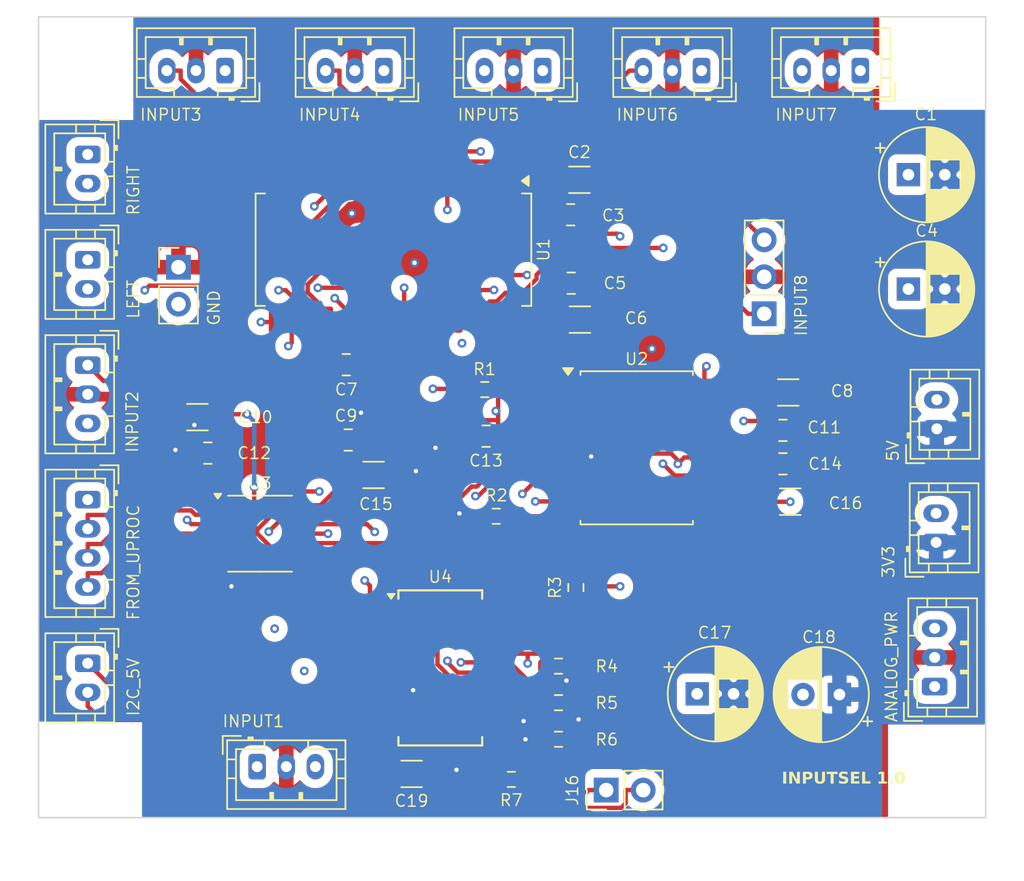
<source format=kicad_pcb>
(kicad_pcb (version 20240108) (generator "pcbnew") (generator_version "8.0")
  (layers (0 "F.Cu" signal) (1 "In1.Cu" signal) (2 "In2.Cu" signal) (31 "B.Cu" signal) (34 "B.Paste" user) (35 "F.Paste" user) (36 "B.SilkS" user "B.Silkscreen") (37 "F.SilkS" user "F.Silkscreen") (38 "B.Mask" user) (39 "F.Mask" user) (44 "Edge.Cuts" user))
  (net 0 "")
  (net 1 "GND")
  (net 2 "AGND")
  (net 3 "RCA1_L")
  (net 4 "RCA1_R")
  (net 5 "RCA2_L")
  (net 6 "RCA2_R")
  (net 7 "RCA3_L")
  (net 8 "RCA4_L")
  (net 9 "RCA4_R")
  (net 10 "3V3")
  (net 11 "RCA3_R")
  (net 12 "V-")
  (net 13 "V+")
  (net 14 "GND_OUT")
  (net 15 "CNT1")
  (net 16 "CNT2")
  (net 17 "SPI_CLK")
  (net 18 "CNT3")
  (net 19 "RCA5_L")
  (net 20 "RCA6_L")
  (net 21 "RCA6_R")
  (net 22 "RCA5_R")
  (net 23 "SPI_MISO")
  (net 24 "ZERO_EN")
  (net 25 "VOL_ENABLE")
  (net 26 "MUTE")
  (net 27 "OUT_L_PRE")
  (net 28 "OUT_R")
  (net 29 "OUT_R_PRE")
  (net 30 "OUT_L")
  (net 31 "5V")
  (net 32 "SDA_5V")
  (net 33 "SCL_5V")
  (net 34 "CS3310_CS")
  (net 35 "SPI_MOSI")
  (net 36 "SPI_IN_5V")
  (net 37 "SPI_CLK_5V")
  (net 38 "SPI_OUT_5V")
  (net 39 "RCA7_L")
  (net 40 "RCA7_R")
  (net 41 "RCA8_R")
  (net 42 "RCA8_L")
  (net 43 "Net-(J16-Pin_1)")
  (net 44 "Net-(U4-~{RESET})")
  (footprint "Connector_PinHeader_2.54mm:PinHeader_1x02_P2.54mm_Vertical" (layer "F.Cu") (at 96.0364 78.365)
    (property "Reference" "J7" (hide yes))
    (property "Value" "Conn_01x02_Male")
  )
  (footprint "Capacitor_SMD:C_1206_3216Metric_Pad1.33x1.80mm_HandSolder" (layer "F.Cu") (at 123.5914 81.965 180)
    (property "Reference" "C6")
    (property "Value" "10U")
  )
  (footprint "MountingHole:MountingHole_3.2mm_M3" (layer "F.Cu") (at 148.9364 113.665)
    (property "Reference" "H4" (hide yes))
    (property "Value" "MountingHole")
  )
  (footprint "Capacitor_SMD:C_1206_3216Metric_Pad1.33x1.80mm_HandSolder" (layer "F.Cu") (at 138.0239 94.47)
    (property "Reference" "C16")
    (property "Value" "10U")
  )
  (footprint "Connector_JST:JST_PH_B3B-PH-K_1x03_P2.00mm_Vertical" (layer "F.Cu") (at 142.8364 64.865 180)
    (property "Reference" "J5" (hide yes))
    (property "Value" "Conn_01x03_Pin")
  )
  (footprint "Capacitor_SMD:C_1206_3216Metric_Pad1.33x1.80mm_HandSolder" (layer "F.Cu") (at 109.4272 92.6332)
    (property "Reference" "C15")
    (property "Value" "10U")
  )
  (footprint "Capacitor_SMD:C_1206_3216Metric_Pad1.33x1.80mm_HandSolder" (layer "F.Cu") (at 97.3364 88.665 180)
    (property "Reference" "C10")
    (property "Value" "10U")
  )
  (footprint "Resistor_SMD:R_0603_1608Metric_Pad0.98x0.95mm_HandSolder" (layer "F.Cu") (at 117.8489 95.47)
    (property "Reference" "R2")
    (property "Value" "4.7K")
  )
  (footprint "Connector_JST:JST_PH_B3B-PH-K_1x03_P2.00mm_Vertical" (layer "F.Cu") (at 99.2364 64.865 180)
    (property "Reference" "J1" (hide yes))
    (property "Value" "Conn_01x03_Pin")
  )
  (footprint "Package_SO:SOIC-16W_7.5x10.3mm_P1.27mm" (layer "F.Cu") (at 127.4864 90.77)
    (property "Reference" "U2")
    (property "Value" "CS3310")
  )
  (footprint "Resistor_SMD:R_0603_1608Metric_Pad0.98x0.95mm_HandSolder" (layer "F.Cu") (at 123.3114 100.365 90)
    (property "Reference" "R3")
    (property "Value" "4.7K")
  )
  (footprint "Connector_JST:JST_PH_B3B-PH-K_1x03_P2.00mm_Vertical" (layer "F.Cu") (at 131.9364 64.865 180)
    (property "Reference" "J4" (hide yes))
    (property "Value" "Conn_01x03_Pin")
  )
  (footprint "Capacitor_SMD:C_0805_2012Metric_Pad1.18x1.45mm_HandSolder" (layer "F.Cu") (at 107.5539 85.065)
    (property "Reference" "C7")
    (property "Value" "0.1U")
  )
  (footprint "Capacitor_THT:CP_Radial_D6.3mm_P2.50mm" (layer "F.Cu") (at 146.1364 72.015)
    (property "Reference" "C1")
    (property "Value" "470u")
  )
  (footprint "Capacitor_SMD:C_0805_2012Metric_Pad1.18x1.45mm_HandSolder" (layer "F.Cu") (at 137.5239 91.87)
    (property "Reference" "C14")
    (property "Value" "0.1U")
  )
  (footprint "Connector_JST:JST_PH_B4B-PH-K_1x04_P2.00mm_Vertical" (layer "F.Cu") (at 89.8087 94.3297 -90)
    (property "Reference" "J12" (hide yes))
    (property "Value" "Conn_01x04_Pin")
  )
  (footprint "Package_SO:SSOP-28_5.3x10.2mm_P0.65mm" (layer "F.Cu") (at 114.0067 105.8831)
    (property "Reference" "U4")
    (property "Value" "MCP23017_SS")
  )
  (footprint "MountingHole:MountingHole_3.2mm_M3" (layer "F.Cu") (at 88.9364 63.665)
    (property "Reference" "H1" (hide yes))
    (property "Value" "MountingHole")
  )
  (footprint "Connector_JST:JST_PH_B2B-PH-K_1x02_P2.00mm_Vertical" (layer "F.Cu") (at 148.0364 97.265 90)
    (property "Reference" "J11" (hide yes))
    (property "Value" "Conn_01x02_Male")
  )
  (footprint "Resistor_SMD:R_0603_1608Metric_Pad0.98x0.95mm_HandSolder" (layer "F.Cu") (at 122.1192 110.7831)
    (property "Reference" "R6")
    (property "Value" "4.7K")
  )
  (footprint "Capacitor_SMD:C_0805_2012Metric_Pad1.18x1.45mm_HandSolder" (layer "F.Cu") (at 122.9914 79.465)
    (property "Reference" "C5")
    (property "Value" "0.1U")
  )
  (footprint "Connector_JST:JST_PH_B3B-PH-K_1x03_P2.00mm_Vertical" (layer "F.Cu") (at 89.8087 85.0944 -90)
    (property "Reference" "J9" (hide yes))
    (property "Value" "Conn_01x03_Pin")
  )
  (footprint "Connector_JST:JST_PH_B3B-PH-K_1x03_P2.00mm_Vertical" (layer "F.Cu") (at 101.4364 112.665)
    (property "Reference" "J15" (hide yes))
    (property "Value" "Conn_01x03_Pin")
  )
  (footprint "Resistor_SMD:R_0603_1608Metric_Pad0.98x0.95mm_HandSolder" (layer "F.Cu") (at 117.0614 86.77 180)
    (property "Reference" "R1")
    (property "Value" "4.7K")
  )
  (footprint "Resistor_SMD:R_0603_1608Metric_Pad0.98x0.95mm_HandSolder" (layer "F.Cu") (at 122.1192 105.7631)
    (property "Reference" "R4")
    (property "Value" "4.7K")
  )
  (footprint "Resistor_SMD:R_0603_1608Metric_Pad0.98x0.95mm_HandSolder" (layer "F.Cu") (at 122.1192 108.2731)
    (property "Reference" "R5")
    (property "Value" "4.7K")
  )
  (footprint "Capacitor_SMD:C_1206_3216Metric_Pad1.33x1.80mm_HandSolder" (layer "F.Cu") (at 123.5539 72.365)
    (property "Reference" "C2")
    (property "Value" "10U")
  )
  (footprint "Capacitor_SMD:C_0805_2012Metric_Pad1.18x1.45mm_HandSolder" (layer "F.Cu") (at 122.9539 74.765)
    (property "Reference" "C3")
    (property "Value" "0.1U")
  )
  (footprint "Package_SO:TSSOP-14_4.4x5mm_P0.65mm" (layer "F.Cu") (at 101.6364 96.665)
    (property "Reference" "U3")
    (property "Value" "TXS0104E")
  )
  (footprint "Connector_PinHeader_2.54mm:PinHeader_1x03_P2.54mm_Vertical" (layer "F.Cu") (at 136.2364 81.565 180)
    (property "Reference" "J17" (hide yes))
    (property "Value" "Conn_01x03_Pin")
  )
  (footprint "Capacitor_SMD:C_0805_2012Metric_Pad1.18x1.45mm_HandSolder" (layer "F.Cu") (at 117.1489 89.97 180)
    (property "Reference" "C13")
    (property "Value" "0.1U")
  )
  (footprint "Capacitor_SMD:C_1206_3216Metric_Pad1.33x1.80mm_HandSolder" (layer "F.Cu") (at 112.0364 113.165 180)
    (property "Reference" "C19")
    (property "Value" "10U")
  )
  (footprint "Connector_PinHeader_2.54mm:PinHeader_1x02_P2.54mm_Vertical" (layer "F.Cu") (at 125.3943 114.2771 90)
    (property "Reference" "J16")
    (property "Value" "Conn_01x02_Pin")
  )
  (footprint "Capacitor_SMD:C_0805_2012Metric_Pad1.18x1.45mm_HandSolder" (layer "F.Cu") (at 137.5239 89.57)
    (property "Reference" "C11")
    (property "Value" "0.1U")
  )
  (footprint "Connector_JST:JST_PH_B2B-PH-K_1x02_P2.00mm_Vertical" (layer "F.Cu") (at 89.8087 105.565 -90)
    (property "Reference" "J14" (hide yes))
    (property "Value" "Conn_01x02_Male")
  )
  (footprint "Capacitor_SMD:C_0805_2012Metric_Pad1.18x1.45mm_HandSolder" (layer "F.Cu") (at 98.0522 91.1332 180)
    (property "Reference" "C12")
    (property "Value" "0.1U")
  )
  (footprint "Resistor_SMD:R_0603_1608Metric_Pad0.98x0.95mm_HandSolder" (layer "F.Cu") (at 118.8794 113.5416 180)
    (property "Reference" "R7")
    (property "Value" "4.7K")
  )
  (footprint "Capacitor_SMD:C_1206_3216Metric_Pad1.33x1.80mm_HandSolder" (layer "F.Cu") (at 137.8864 86.97 180)
    (property "Reference" "C8")
    (property "Value" "10U")
  )
  (footprint "Connector_JST:JST_PH_B2B-PH-K_1x02_P2.00mm_Vertical" (layer "F.Cu") (at 89.8087 70.6238 -90)
    (property "Reference" "J6" (hide yes))
    (property "Value" "Conn_01x02_Pin")
  )
  (footprint "Connector_JST:JST_PH_B2B-PH-K_1x02_P2.00mm_Vertical" (layer "F.Cu") (at 148.0864 89.465 90)
    (property "Reference" "J10" (hide yes))
    (property "Value" "Conn_01x02_Male")
  )
  (footprint "MountingHole:MountingHole_3.2mm_M3" (layer "F.Cu") (at 88.9364 113.665)
    (property "Reference" "H3" (hide yes))
    (property "Value" "MountingHole")
  )
  (footprint "MountingHole:MountingHole_3.2mm_M3" (layer "F.Cu") (at 148.9364 63.665)
    (property "Reference" "H2" (hide yes))
    (property "Value" "MountingHole")
  )
  (footprint "Connector_JST:JST_PH_B2B-PH-K_1x02_P2.00mm_Vertical" (layer "F.Cu") (at 89.8087 77.8591 -90)
    (property "Reference" "J8" (hide yes))
    (property "Value" "Conn_01x02_Pin")
  )
  (footprint "Connector_JST:JST_PH_B3B-PH-K_1x03_P2.00mm_Vertical" (layer "F.Cu") (at 121.0364 64.865 180)
    (property "Reference" "J3" (hide yes))
    (property "Value" "Conn_01x03_Pin")
  )
  (footprint "Capacitor_THT:CP_Radial_D6.3mm_P2.50mm" (layer "F.Cu") (at 141.4012 107.715 180)
    (property "Reference" "C18")
    (property "Value" "470u")
  )
  (footprint "Capacitor_SMD:C_0805_2012Metric_Pad1.18x1.45mm_HandSolder" (layer "F.Cu") (at 107.6897 90.2332)
    (property "Reference" "C9")
    (property "Value" "0.1U")
  )
  (footprint "Capacitor_THT:CP_Radial_D6.3mm_P2.50mm" (layer "F.Cu") (at 131.6364 107.665)
    (property "Reference" "C17")
    (property "Value" "470u")
  )
  (footprint "Package_SO:SOIC-28W_7.5x18.7mm_P1.27mm" (layer "F.Cu") (at 110.7914 77.165 -90)
    (property "Reference" "U1")
    (property "Value" "MPC507")
  )
  (footprint "Connector_JST:JST_PH_B3B-PH-K_1x03_P2.00mm_Vertical" (layer "F.Cu") (at 147.9364 107.165 90)
    (property "Reference" "J13" (hide yes))
    (property "Value" "Conn_01x03_Male")
  )
  (footprint "Capacitor_THT:CP_Radial_D6.3mm_P2.50mm" (layer "F.Cu") (at 146.1364 79.865)
    (property "Reference" "C4")
    (property "Value" "470u")
  )
  (footprint "Connector_JST:JST_PH_B3B-PH-K_1x03_P2.00mm_Vertical" (layer "F.Cu") (at 110.1364 64.865 180)
    (property "Reference" "J2" (hide yes))
    (property "Value" "Conn_01x03_Pin")
  )
  (gr_line (start 86.4364 61.165) (end 151.4364 61.165) (stroke (width 0.1)) (layer "Edge.Cuts"))
  (gr_line (start 86.4364 61.165) (end 86.4364 116.165) (stroke (width 0.1)) (layer "Edge.Cuts"))
  (gr_line (start 151.4364 116.165) (end 86.4364 116.165) (stroke (width 0.1)) (layer "Edge.Cuts"))
  (gr_line (start 151.4364 61.165) (end 151.4364 116.165) (stroke (width 0.1)) (layer "Edge.Cuts"))
  (gr_text "3V3\n" (at 145.2364 99.765 90) (layer "F.SilkS") (effects (font (size 0.8 0.8) (thickness 0.1)) (justify left bottom)))
  (gr_text "INPUT6\n" (at 126.0364 68.365 0) (layer "F.SilkS") (effects (font (size 0.8 0.8) (thickness 0.1)) (justify left bottom)))
  (gr_text "RIGHT" (at 93.4087 74.865 90) (layer "F.SilkS") (effects (font (size 0.8 0.8) (thickness 0.1)) (justify left bottom)))
  (gr_text "INPUT7\n" (at 136.9364 68.365 0) (layer "F.SilkS") (effects (font (size 0.8 0.8) (thickness 0.1)) (justify left bottom)))
  (gr_text "INPUT5\n" (at 115.1364 68.365 0) (layer "F.SilkS") (effects (font (size 0.8 0.8) (thickness 0.1)) (justify left bottom)))
  (gr_text "ANALOG_PWR" (at 145.4364 109.665 90) (layer "F.SilkS") (effects (font (size 0.8 0.8) (thickness 0.1)) (justify left bottom)))
  (gr_text "INPUT4" (at 104.2364 68.365 0) (layer "F.SilkS") (effects (font (size 0.8 0.8) (thickness 0.1)) (justify left bottom)))
  (gr_text "INPUT3" (at 93.3364 68.365 0) (layer "F.SilkS") (effects (font (size 0.8 0.8) (thickness 0.1)) (justify left bottom)))
  (gr_text "GND" (at 98.9364 82.44 90) (layer "F.SilkS") (effects (font (size 0.8 0.8) (thickness 0.1)) (justify left bottom)))
  (gr_text "5V" (at 145.5364 91.765 90) (layer "F.SilkS") (effects (font (size 0.8 0.8) (thickness 0.1)) (justify left bottom)))
  (gr_text "INPUTSEL 1.0" (at 137.4364 113.965 0) (layer "F.SilkS") (effects (font (size 0.8 0.8) (thickness 0.1) (bold yes)) (justify left bottom)))
  (gr_text "INPUT8\n" (at 139.2364 83.165 90) (layer "F.SilkS") (effects (font (size 0.8 0.8) (thickness 0.1)) (justify left bottom)))
  (gr_text "INPUT2" (at 93.3364 91.165 90) (layer "F.SilkS") (effects (font (size 0.8 0.8) (thickness 0.1)) (justify left bottom)))
  (gr_text "LEFT" (at 93.4087 81.965 90) (layer "F.SilkS") (effects (font (size 0.8 0.8) (thickness 0.1)) (justify left bottom)))
  (gr_text "FROM_UPROC" (at 93.4087 102.665 90) (layer "F.SilkS") (effects (font (size 0.8 0.8) (thickness 0.1)) (justify left bottom)))
  (gr_text "INPUT1" (at 98.996697 110.017663 0) (layer "F.SilkS") (effects (font (size 0.8 0.8) (thickness 0.1)) (justify left bottom)))
  (gr_text "I2C_5V" (at 93.4087 109.265 90) (layer "F.SilkS") (effects (font (size 0.8 0.8) (thickness 0.1)) (justify left bottom)))
  (segment (start 108.7272 90.2332) (end 108.7272 88.521) (width 0.3) (layer "F.Cu") (net 1))
  (segment (start 117.6067 108.8081) (end 118.8334 108.8081) (width 0.3) (layer "F.Cu") (net 1))
  (segment (start 95.8269 90.9146) (end 96.7961 90.9146) (width 0.3) (layer "F.Cu") (net 1))
  (segment (start 119.8509 113.4826) (end 119.7919 113.5416) (width 0.3) (layer "F.Cu") (net 1))
  (segment (start 97.1275 89.201) (end 96.3099 89.201) (width 0.3) (layer "F.Cu") (net 1))
  (segment (start 124.3233 91.405) (end 124.3633 91.365) (width 0.3) (layer "F.Cu") (net 1))
  (segment (start 123.5008 109.4229) (end 122.5881 109.4229) (width 0.3) (layer "F.Cu") (net 1))
  (segment (start 119.6484 109.4581) (end 118.8334 109.4581) (width 0.3) (layer "F.Cu") (net 1))
  (segment (start 113.6757 90.7686) (end 115.3128 90.7686) (width 0.3) (layer "F.Cu") (net 1))
  (segment (start 115.3128 90.7686) (end 116.1114 89.97) (width 0.3) (layer "F.Cu") (net 1))
  (segment (start 116.7425 95.2761) (end 115.32 95.2761) (width 0.3) (layer "F.Cu") (net 1))
  (segment (start 112.0537 107.5081) (end 110.4067 107.5081) (width 0.3) (layer "F.Cu") (net 1))
  (segment (start 108.7272 88.521) (end 108.5658 88.3596) (width 0.3) (layer "F.Cu") (net 1))
  (segment (start 118.8334 109.4581) (end 118.8334 108.8081) (width 0.3) (layer "F.Cu") (net 1))
  (segment (start 96.3099 89.201) (end 95.7739 88.665) (width 0.3) (layer "F.Cu") (net 1))
  (segment (start 112.3315 92.3712) (end 111.2517 92.3712) (width 0.3) (layer "F.Cu") (net 1))
  (segment (start 98.7739 99.3866) (end 98.7739 98.615) (width 0.3) (layer "F.Cu") (net 1))
  (segment (start 119.7236 109.5333) (end 119.6484 109.4581) (width 0.3) (layer "F.Cu") (net 1))
  (segment (start 122.8364 91.405) (end 124.3233 91.405) (width 0.3) (layer "F.Cu") (net 1))
  (segment (start 115.1179 112.8854) (end 113.8785 112.8854) (width 0.3) (layer "F.Cu") (net 1))
  (segment (start 117.6067 109.4581) (end 118.8334 109.4581) (width 0.3) (layer "F.Cu") (net 1))
  (segment (start 99.6731 100.2858) (end 98.7739 99.3866) (width 0.3) (layer "F.Cu") (net 1))
  (segment (start 121.6759 105.7631) (end 121.2067 105.7631) (width 0.3) (layer "F.Cu") (net 1))
  (segment (start 119.8509 110.7869) (end 119.8509 113.4826) (width 0.3) (layer "F.Cu") (net 1))
  (segment (start 119.8509 110.7869) (end 121.2029 110.7869) (width 0.3) (layer "F.Cu") (net 1))
  (segment (start 122.6663 106.7535) (end 121.6759 105.7631) (width 0.3) (layer "F.Cu") (net 1))
  (segment (start 112.1457 107.4161) (end 112.0537 107.5081) (width 0.3) (layer "F.Cu") (net 1))
  (segment (start 122.5881 109.4229) (end 121.4383 108.2731) (width 0.3) (layer "F.Cu") (net 1))
  (via (at 108.5658 88.3596) (size 0.6) (drill 0.3) (layers "F.Cu" "B.Cu") (net 1))
  (via (at 113.6757 90.7686) (size 0.6) (drill 0.3) (layers "F.Cu" "B.Cu") (net 1))
  (via (at 112.1457 107.4161) (size 0.6) (drill 0.3) (layers "F.Cu" "B.Cu") (net 1))
  (via (at 99.6731 100.2858) (size 0.6) (drill 0.3) (layers "F.Cu" "B.Cu") (net 1))
  (via (at 122.6663 106.7535) (size 0.6) (drill 0.3) (layers "F.Cu" "B.Cu") (net 1))
  (via (at 119.7236 109.5333) (size 0.6) (drill 0.3) (layers "F.Cu" "B.Cu") (net 1))
  (via (at 115.1179 112.8854) (size 0.6) (drill 0.3) (layers "F.Cu" "B.Cu") (net 1))
  (via (at 95.8269 90.9146) (size 0.6) (drill 0.3) (layers "F.Cu" "B.Cu") (net 1))
  (via (at 119.8509 110.7869) (size 0.6) (drill 0.3) (layers "F.Cu" "B.Cu") (net 1))
  (via (at 115.32 95.2761) (size 0.6) (drill 0.3) (layers "F.Cu" "B.Cu") (net 1))
  (via (at 123.5008 109.4229) (size 0.6) (drill 0.3) (layers "F.Cu" "B.Cu") (net 1))
  (via (at 112.3315 92.3712) (size 0.6) (drill 0.3) (layers "F.Cu" "B.Cu") (net 1))
  (via (at 97.1275 89.201) (size 0.6) (drill 0.3) (layers "F.Cu" "B.Cu") (net 1))
  (via (at 124.3633 91.365) (size 0.6) (drill 0.3) (layers "F.Cu" "B.Cu") (net 1))
  (segment (start 131.111401 87.595) (end 128.5364 85.019999) (width 0.3) (layer "F.Cu") (net 2))
  (segment (start 128.5364 85.019999) (end 128.5364 83.965) (width 0.3) (layer "F.Cu") (net 2))
  (segment (start 132.1364 87.595) (end 131.111401 87.595) (width 0.3) (layer "F.Cu") (net 2))
  (via (at 128.5364 83.965) (size 0.6) (drill 0.3) (layers "F.Cu" "B.Cu") (net 2))
  (via (at 107.9364 74.665) (size 0.6) (drill 0.3) (layers "F.Cu" "B.Cu") (net 2))
  (via (at 112.2364 78.065) (size 0.6) (drill 0.3) (layers "F.Cu" "B.Cu") (net 2))
  (segment (start 106.7604 80.4973) (end 107.6164 81.3533) (width 0.3) (layer "F.Cu") (net 3))
  (via (at 106.7604 80.4973) (size 0.6) (drill 0.3) (layers "F.Cu" "B.Cu") (net 3))
  (segment (start 106.3464 73.1987) (end 105.3587 74.1864) (width 0.3) (layer "F.Cu") (net 4))
  (segment (start 106.3464 72.365) (end 106.3464 73.1987) (width 0.3) (layer "F.Cu") (net 4))
  (via (at 105.3587 74.1864) (size 0.6) (drill 0.3) (layers "F.Cu" "B.Cu") (net 4))
  (segment (start 107.16 86.1682) (end 107.5539 85.7743) (width 0.3) (layer "F.Cu") (net 5))
  (segment (start 90.8825 86.1682) (end 107.16 86.1682) (width 0.3) (layer "F.Cu") (net 5))
  (segment (start 89.8087 85.0944) (end 90.8825 86.1682) (width 0.3) (layer "F.Cu") (net 5))
  (segment (start 107.5539 84.2537) (end 108.8864 82.9212) (width 0.3) (layer "F.Cu") (net 5))
  (segment (start 108.8864 82.9212) (end 108.8864 81.965) (width 0.3) (layer "F.Cu") (net 5))
  (segment (start 107.5539 85.7743) (end 107.5539 84.2537) (width 0.3) (layer "F.Cu") (net 5))
  (segment (start 107.6164 72.8953) (end 100.8768 79.6349) (width 0.3) (layer "F.Cu") (net 6))
  (segment (start 100.8768 79.6349) (end 94.0389 79.6349) (width 0.3) (layer "F.Cu") (net 6))
  (segment (start 94.0389 79.6349) (end 93.7251 79.9487) (width 0.3) (layer "F.Cu") (net 6))
  (via (at 93.7251 79.9487) (size 0.6) (drill 0.3) (layers "F.Cu" "B.Cu") (net 6))
  (segment (start 108.3625 79.7802) (end 105.6005 79.7802) (width 0.3) (layer "F.Cu") (net 7))
  (segment (start 110.1564 81.5741) (end 108.3625 79.7802) (width 0.3) (layer "F.Cu") (net 7))
  (via (at 105.6005 79.7802) (size 0.6) (drill 0.3) (layers "F.Cu" "B.Cu") (net 7))
  (segment (start 111.5277 81.8637) (end 111.5277 79.7801) (width 0.3) (layer "F.Cu") (net 8))
  (via (at 111.5277 79.7801) (size 0.6) (drill 0.3) (layers "F.Cu" "B.Cu") (net 8))
  (segment (start 110.1564 68.885) (end 107.0881 65.8167) (width 0.3) (layer "F.Cu") (net 9))
  (segment (start 107.0881 65.8167) (end 107.0881 64.865) (width 0.3) (layer "F.Cu") (net 9))
  (segment (start 106.1364 64.865) (end 107.0881 64.865) (width 0.3) (layer "F.Cu") (net 9))
  (segment (start 110.1564 72.365) (end 110.1564 68.885) (width 0.3) (layer "F.Cu") (net 9))
  (segment (start 99.7737 94.715) (end 99.0897 94.715) (width 0.3) (layer "F.Cu") (net 10))
  (segment (start 100.38005 95.32135) (end 101.2364 94.465) (width 0.3) (layer "F.Cu") (net 10))
  (segment (start 101.4459 96.3872) (end 101.4459 96.6598) (width 0.3) (layer "F.Cu") (net 10))
  (segment (start 101.2364 94.465) (end 101.2364 93.465) (width 0.3) (layer "F.Cu") (net 10))
  (segment (start 103.4011 98.615) (end 104.4989 98.615) (width 0.3) (layer "F.Cu") (net 10))
  (segment (start 101.4459 96.3872) (end 100.38005 95.32135) (width 0.3) (layer "F.Cu") (net 10))
  (segment (start 100.7364 88.465) (end 99.0989 88.465) (width 0.3) (layer "F.Cu") (net 10))
  (segment (start 99.0897 91.1332) (end 99.0897 88.8558) (width 0.3) (layer "F.Cu") (net 10))
  (segment (start 101.4459 96.6598) (end 103.4011 98.615) (width 0.3) (layer "F.Cu") (net 10))
  (segment (start 101.4459 96.3872) (end 104.0654 93.7677) (width 0.3) (layer "F.Cu") (net 10))
  (segment (start 100.38005 95.32135) (end 99.7737 94.715) (width 0.3) (layer "F.Cu") (net 10))
  (segment (start 104.0654 93.7677) (end 105.6987 93.7677) (width 0.3) (layer "F.Cu") (net 10))
  (segment (start 99.0989 88.465) (end 98.8989 88.665) (width 0.3) (layer "F.Cu") (net 10))
  (via (at 101.2364 93.465) (size 0.6) (drill 0.3) (layers "F.Cu" "B.Cu") (net 10))
  (via (at 100.7364 88.465) (size 0.6) (drill 0.3) (layers "F.Cu" "B.Cu") (net 10))
  (via (at 105.6987 93.7677) (size 0.6) (drill 0.3) (layers "F.Cu" "B.Cu") (net 10))
  (segment (start 101.2364 93.465) (end 101.2364 88.965) (width 0.3) (layer "B.Cu") (net 10))
  (segment (start 101.2364 88.965) (end 100.7364 88.465) (width 0.3) (layer "B.Cu") (net 10))
  (segment (start 96.1881 65.4507) (end 96.1881 64.865) (width 0.3) (layer "F.Cu") (net 11))
  (segment (start 103.8395 66.9272) (end 97.6646 66.9272) (width 0.3) (layer "F.Cu") (net 11))
  (segment (start 97.6646 66.9272) (end 96.1881 65.4507) (width 0.3) (layer "F.Cu") (net 11))
  (segment (start 95.2364 64.865) (end 96.1881 64.865) (width 0.3) (layer "F.Cu") (net 11))
  (segment (start 108.8864 71.9741) (end 103.8395 66.9272) (width 0.3) (layer "F.Cu") (net 11))
  (segment (start 132.1364 90.135) (end 131.670138 90.135) (width 0.3) (layer "F.Cu") (net 12))
  (segment (start 130.7614 88.89) (end 125.0864 83.215) (width 0.3) (layer "F.Cu") (net 12))
  (segment (start 121.0617 80.9978) (end 122.0289 81.965) (width 0.3) (layer "F.Cu") (net 12))
  (segment (start 131.670138 90.135) (end 130.7614 89.226262) (width 0.3) (layer "F.Cu") (net 12))
  (segment (start 121.9539 79.465) (end 121.0617 80.3572) (width 0.3) (layer "F.Cu") (net 12))
  (segment (start 138.0239 94.4752) (end 136.4666 94.4752) (width 0.3) (layer "F.Cu") (net 12))
  (segment (start 134.7514 90.135) (end 132.1364 90.135) (width 0.3) (layer "F.Cu") (net 12))
  (segment (start 117.7764 81.5445) (end 118.6916 80.6293) (width 0.3) (layer "F.Cu") (net 12))
  (segment (start 136.4864 91.87) (end 134.7514 90.135) (width 0.3) (layer "F.Cu") (net 12))
  (segment (start 130.7614 89.226262) (end 130.7614 88.89) (width 0.3) (layer "F.Cu") (net 12))
  (segment (start 121.0617 80.3572) (end 121.0617 80.6293) (width 0.3) (layer "F.Cu") (net 12))
  (segment (start 136.4864 91.87) (end 136.4864 94.445) (width 0.3) (layer "F.Cu") (net 12))
  (segment (start 118.6916 80.6293) (end 121.0617 80.6293) (width 0.3) (layer "F.Cu") (net 12))
  (segment (start 121.0617 80.6293) (end 121.0617 80.9978) (width 0.3) (layer "F.Cu") (net 12))
  (segment (start 125.0864 83.215) (end 123.2789 83.215) (width 0.3) (layer "F.Cu") (net 12))
  (segment (start 123.2789 83.215) (end 122.0289 81.965) (width 0.3) (layer "F.Cu") (net 12))
  (via (at 138.0239 94.4752) (size 0.6) (drill 0.3) (layers "F.Cu" "B.Cu") (net 12))
  (segment (start 104.908 79.5432) (end 108.3841 76.0671) (width 0.3) (layer "F.Cu") (net 13))
  (segment (start 125.082539 91.165) (end 124.052539 90.135) (width 0.3) (layer "F.Cu") (net 13))
  (segment (start 124.052539 90.135) (end 122.8364 90.135) (width 0.3) (layer "F.Cu") (net 13))
  (segment (start 130.4346 91.7517) (end 129.8479 91.165) (width 0.3) (layer "F.Cu") (net 13))
  (segment (start 106.3464 81.533) (end 104.908 80.0946) (width 0.3) (layer "F.Cu") (net 13))
  (segment (start 106.5164 85.065) (end 106.5164 82.135) (width 0.3) (layer "F.Cu") (net 13))
  (segment (start 121.9164 74.765) (end 121.9164 72.44) (width 0.3) (layer "F.Cu") (net 13))
  (segment (start 121.9164 76.0671) (end 126.1707 76.0671) (width 0.3) (layer "F.Cu") (net 13))
  (segment (start 119.0464 72.365) (end 121.9914 72.365) (width 0.3) (layer "F.Cu") (net 13))
  (segment (start 134.8268 88.928) (end 135.8444 88.928) (width 0.3) (layer "F.Cu") (net 13))
  (segment (start 104.908 80.0946) (end 104.908 79.5432) (width 0.3) (layer "F.Cu") (net 13))
  (segment (start 126.1707 76.0671) (end 126.3464 76.2428) (width 0.3) (layer "F.Cu") (net 13))
  (segment (start 130.3094 91.8769) (end 130.4346 91.7517) (width 0.3) (layer "F.Cu") (net 13))
  (segment (start 135.8444 88.928) (end 136.4864 89.57) (width 0.3) (layer "F.Cu") (net 13))
  (segment (start 121.9164 76.0671) (end 121.9164 74.765) (width 0.3) (layer "F.Cu") (net 13))
  (segment (start 130.7545 91.4318) (end 131.4321 91.4318) (width 0.3) (layer "F.Cu") (net 13))
  (segment (start 135.8444 87.4495) (end 135.8444 88.928) (width 0.3) (layer "F.Cu") (net 13))
  (segment (start 108.3841 76.0671) (end 121.9164 76.0671) (width 0.3) (layer "F.Cu") (net 13))
  (segment (start 130.4346 91.7517) (end 130.7545 91.4318) (width 0.3) (layer "F.Cu") (net 13))
  (segment (start 106.5164 82.135) (end 106.3464 81.965) (width 0.3) (layer "F.Cu") (net 13))
  (segment (start 129.8479 91.165) (end 125.082539 91.165) (width 0.3) (layer "F.Cu") (net 13))
  (via (at 130.3094 91.8769) (size 0.6) (drill 0.3) (layers "F.Cu" "B.Cu") (net 13))
  (via (at 126.3464 76.2428) (size 0.6) (drill 0.3) (layers "F.Cu" "B.Cu") (net 13))
  (via (at 134.8268 88.928) (size 0.6) (drill 0.3) (layers "F.Cu" "B.Cu") (net 13))
  (segment (start 121.7782 109.5296) (end 121.0843 109.5296) (width 0.3) (layer "F.Cu") (net 15))
  (segment (start 114.4952 105.3984) (end 114.4952 105.5057) (width 0.3) (layer "F.Cu") (net 15))
  (segment (start 103.4018 79.9467) (end 105.0764 81.6213) (width 0.3) (layer "F.Cu") (net 15))
  (segment (start 119.7625 107.3447) (end 118.6259 106.2081) (width 0.3) (layer "F.Cu") (net 15))
  (segment (start 102.9078 79.9467) (end 103.4018 79.9467) (width 0.3) (layer "F.Cu") (net 15))
  (segment (start 121.0843 109.5296) (end 119.7625 108.2078) (width 0.3) (layer "F.Cu") (net 15))
  (segment (start 123.0317 110.7831) (end 121.7782 109.5296) (width 0.3) (layer "F.Cu") (net 15))
  (segment (start 119.7625 108.2078) (end 119.7625 107.3447) (width 0.3) (layer "F.Cu") (net 15))
  (segment (start 115.1976 106.2081) (end 117.6067 106.2081) (width 0.3) (layer "F.Cu") (net 15))
  (segment (start 118.6259 106.2081) (end 117.6067 106.2081) (width 0.3) (layer "F.Cu") (net 15))
  (segment (start 114.4952 105.5057) (end 115.1976 106.2081) (width 0.3) (layer "F.Cu") (net 15))
  (via (at 102.9078 79.9467) (size 0.6) (drill 0.3) (layers "F.Cu" "B.Cu") (net 15))
  (via (at 104.6697 106.0964) (size 0.6) (drill 0.3) (layers "F.Cu" "B.Cu") (net 15))
  (via (at 114.4952 105.3984) (size 0.6) (drill 0.3) (layers "F.Cu" "B.Cu") (net 15))
  (segment (start 120.2949 107.0196) (end 121.7782 107.0196) (width 0.3) (layer "F.Cu") (net 16))
  (segment (start 118.8334 105.5581) (end 120.2949 107.0196) (width 0.3) (layer "F.Cu") (net 16))
  (segment (start 117.6067 105.5581) (end 116.38 105.5581) (width 0.3) (layer "F.Cu") (net 16))
  (segment (start 117.6067 105.5581) (end 118.8334 105.5581) (width 0.3) (layer "F.Cu") (net 16))
  (segment (start 103.8064 81.965) (end 103.8064 83.5544) (width 0.3) (layer "F.Cu") (net 16))
  (segment (start 115.4154 105.5044) (end 116.3263 105.5044) (width 0.3) (layer "F.Cu") (net 16))
  (segment (start 103.8064 83.5544) (end 103.5769 83.7839) (width 0.3) (layer "F.Cu") (net 16))
  (segment (start 121.7782 107.0196) (end 123.0317 108.2731) (width 0.3) (layer "F.Cu") (net 16))
  (segment (start 116.3263 105.5044) (end 116.38 105.5581) (width 0.3) (layer "F.Cu") (net 16))
  (via (at 115.4154 105.5044) (size 0.6) (drill 0.3) (layers "F.Cu" "B.Cu") (net 16))
  (via (at 103.5769 83.7839) (size 0.6) (drill 0.3) (layers "F.Cu" "B.Cu") (net 16))
  (via (at 115.4987 83.5861) (size 0.6) (drill 0.3) (layers "F.Cu" "B.Cu") (net 16))
  (segment (start 98.7739 96.665) (end 91.4734 96.665) (width 0.3) (layer "F.Cu") (net 17))
  (segment (start 89.8087 98.3297) (end 89.8087 97.378) (width 0.3) (layer "F.Cu") (net 17))
  (segment (start 90.7604 97.378) (end 89.8087 97.378) (width 0.3) (layer "F.Cu") (net 17))
  (segment (start 91.4734 96.665) (end 90.7604 97.378) (width 0.3) (layer "F.Cu") (net 17))
  (segment (start 102.3679 82.1335) (end 102.5364 81.965) (width 0.3) (layer "F.Cu") (net 18))
  (segment (start 122.1767 104.9081) (end 123.0317 105.7631) (width 0.3) (layer "F.Cu") (net 18))
  (segment (start 101.6954 82.1335) (end 102.3679 82.1335) (width 0.3) (layer "F.Cu") (net 18))
  (segment (start 120.005 104.9081) (end 120.005 105.5786) (width 0.3) (layer "F.Cu") (net 18))
  (segment (start 120.005 104.9081) (end 122.1767 104.9081) (width 0.3) (layer "F.Cu") (net 18))
  (segment (start 117.6067 104.9081) (end 120.005 104.9081) (width 0.3) (layer "F.Cu") (net 18))
  (via (at 102.6368 103.1911) (size 0.6) (drill 0.3) (layers "F.Cu" "B.Cu") (net 18))
  (via (at 101.6954 82.1335) (size 0.6) (drill 0.3) (layers "F.Cu" "B.Cu") (net 18))
  (via (at 120.005 105.5786) (size 0.6) (drill 0.3) (layers "F.Cu" "B.Cu") (net 18))
  (segment (start 117.2419 77.0434) (end 129.3101 77.0434) (width 0.3) (layer "F.Cu") (net 19))
  (segment (start 112.6964 81.5889) (end 117.2419 77.0434) (width 0.3) (layer "F.Cu") (net 19))
  (via (at 129.3101 77.0434) (size 0.6) (drill 0.3) (layers "F.Cu" "B.Cu") (net 19))
  (segment (start 116.6366 78.9039) (end 119.962 78.9039) (width 0.3) (layer "F.Cu") (net 20))
  (segment (start 113.9664 81.5741) (end 116.6366 78.9039) (width 0.3) (layer "F.Cu") (net 20))
  (via (at 119.962 78.9039) (size 0.6) (drill 0.3) (layers "F.Cu" "B.Cu") (net 20))
  (segment (start 113.746401 70.415) (end 116.7739 70.415) (width 0.3) (layer "F.Cu") (net 21))
  (segment (start 112.6964 71.465001) (end 113.746401 70.415) (width 0.3) (layer "F.Cu") (net 21))
  (segment (start 112.6964 72.365) (end 112.6964 71.465001) (width 0.3) (layer "F.Cu") (net 21))
  (via (at 116.7739 70.415) (size 0.6) (drill 0.3) (layers "F.Cu" "B.Cu") (net 21))
  (segment (start 124.2215 67.6282) (end 126.9847 64.865) (width 0.3) (layer "F.Cu") (net 22))
  (segment (start 111.4264 71.9741) (end 115.7723 67.6282) (width 0.3) (layer "F.Cu") (net 22))
  (segment (start 127.9364 64.865) (end 126.9847 64.865) (width 0.3) (layer "F.Cu") (net 22))
  (segment (start 115.7723 67.6282) (end 124.2215 67.6282) (width 0.3) (layer "F.Cu") (net 22))
  (segment (start 96.9254 96.015) (end 98.7739 96.015) (width 0.3) (layer "F.Cu") (net 23))
  (segment (start 96.6318 95.7214) (end 96.9254 96.015) (width 0.3) (layer "F.Cu") (net 23))
  (via (at 96.6318 95.7214) (size 0.6) (drill 0.3) (layers "F.Cu" "B.Cu") (net 23))
  (segment (start 116.979 85.9399) (end 122.4513 85.9399) (width 0.3) (layer "F.Cu") (net 24))
  (segment (start 110.4067 102.3081) (end 109.18 102.3081) (width 0.3) (layer "F.Cu") (net 24))
  (segment (start 113.5019 86.7198) (end 116.0987 86.7198) (width 0.3) (layer "F.Cu") (net 24))
  (segment (start 116.1489 86.77) (end 116.979 85.9399) (width 0.3) (layer "F.Cu") (net 24))
  (segment (start 122.4513 85.9399) (end 122.8364 86.325) (width 0.3) (layer "F.Cu") (net 24))
  (segment (start 109.18 100.2407) (end 108.8183 99.879) (width 0.3) (layer "F.Cu") (net 24))
  (segment (start 109.18 102.3081) (end 109.18 100.2407) (width 0.3) (layer "F.Cu") (net 24))
  (via (at 113.5019 86.7198) (size 0.6) (drill 0.3) (layers "F.Cu" "B.Cu") (net 24))
  (via (at 108.8183 99.879) (size 0.6) (drill 0.3) (layers "F.Cu" "B.Cu") (net 24))
  (segment (start 122.3518 87.595) (end 116.5134 93.4334) (width 0.3) (layer "F.Cu") (net 25))
  (segment (start 112.267 97.3167) (end 104.5006 97.3167) (width 0.3) (layer "F.Cu") (net 25))
  (segment (start 116.1503 93.4334) (end 112.267 97.3167) (width 0.3) (layer "F.Cu") (net 25))
  (segment (start 116.5134 93.4334) (end 116.1503 93.4334) (width 0.3) (layer "F.Cu") (net 25))
  (segment (start 122.5814 95.47) (end 118.7614 95.47) (width 0.3) (layer "F.Cu") (net 26))
  (segment (start 122.8364 95.215) (end 122.5814 95.47) (width 0.3) (layer "F.Cu") (net 26))
  (segment (start 110.4067 101.6581) (end 112.5733 101.6581) (width 0.3) (layer "F.Cu") (net 26))
  (segment (start 112.5733 101.6581) (end 118.7614 95.47) (width 0.3) (layer "F.Cu") (net 26))
  (segment (start 130.096475 92.675) (end 129.286475 91.865) (width 0.3) (layer "F.Cu") (net 28))
  (segment (start 132.6553 92.675) (end 133.5148 93.5345) (width 0.3) (layer "F.Cu") (net 28))
  (segment (start 133.5148 93.5345) (end 133.5148 94.3836) (width 0.3) (layer "F.Cu") (net 28))
  (segment (start 132.1364 92.675) (end 130.096475 92.675) (width 0.3) (layer "F.Cu") (net 28))
  (segment (start 133.5148 94.3836) (end 132.6834 95.215) (width 0.3) (layer "F.Cu") (net 28))
  (via (at 129.286475 91.865) (size 0.6) (drill 0.3) (layers "F.Cu" "B.Cu") (net 28))
  (segment (start 132.2738 85.1655) (end 132.1364 85.3029) (width 0.3) (layer "F.Cu") (net 30))
  (segment (start 132.1364 85.3029) (end 132.1364 86.325) (width 0.3) (layer "F.Cu") (net 30))
  (segment (start 132.6095 86.325) (end 133.55 87.2655) (width 0.3) (layer "F.Cu") (net 30))
  (segment (start 133.55 87.2655) (end 133.55 87.9487) (width 0.3) (layer "F.Cu") (net 30))
  (segment (start 133.55 87.9487) (end 132.6337 88.865) (width 0.3) (layer "F.Cu") (net 30))
  (via (at 132.2738 85.1655) (size 0.6) (drill 0.3) (layers "F.Cu" "B.Cu") (net 30))
  (segment (start 112.8058 115.4969) (end 110.4739 113.165) (width 0.3) (layer "F.Cu") (net 31))
  (segment (start 112.3523 106.6897) (end 112.8483 107.1857) (width 0.3) (layer "F.Cu") (net 31))
  (segment (start 107.8646 91.4456) (end 107.8646 92.6332) (width 0.3) (layer "F.Cu") (net 31))
  (segment (start 126.7326 114.2771) (end 126.7326 115.1784) (width 0.3) (layer "F.Cu") (net 31))
  (segment (start 112.8483 110.7906) (end 110.4739 113.165) (width 0.3) (layer "F.Cu") (net 31))
  (segment (start 124.3031 100.2858) (end 126.3464 100.2858) (width 0.3) (layer "F.Cu") (net 31))
  (segment (start 110.4067 106.8581) (end 111.6334 106.8581) (width 0.3) (layer "F.Cu") (net 31))
  (segment (start 127.9343 114.2771) (end 126.7326 114.2771) (width 0.3) (layer "F.Cu") (net 31))
  (segment (start 117.9739 88.2449) (end 117.9739 86.77) (width 0.3) (layer "F.Cu") (net 31))
  (segment (start 123.3114 101.2775) (end 124.3031 100.2858) (width 0.3) (layer "F.Cu") (net 31))
  (segment (start 111.7539 88.8712) (end 107.9919 92.6332) (width 0.3) (layer "F.Cu") (net 31))
  (segment (start 117.9739 88.8712) (end 111.7539 88.8712) (width 0.3) (layer "F.Cu") (net 31))
  (segment (start 112.8483 107.1857) (end 112.8483 110.7906) (width 0.3) (layer "F.Cu") (net 31))
  (segment (start 117.8185 88.2449) (end 117.9739 88.2449) (width 0.3) (layer "F.Cu") (net 31))
  (segment (start 117.9739 89.7575) (end 117.9739 88.8712) (width 0.3) (layer "F.Cu") (net 31))
  (segment (start 111.6334 106.8581) (end 111.8018 106.6897) (width 0.3) (layer "F.Cu") (net 31))
  (segment (start 126.4141 115.4969) (end 112.8058 115.4969) (width 0.3) (layer "F.Cu") (net 31))
  (segment (start 117.9739 88.8712) (end 117.9739 88.2449) (width 0.3) (layer "F.Cu") (net 31))
  (segment (start 126.7326 115.1784) (end 126.4141 115.4969) (width 0.3) (layer "F.Cu") (net 31))
  (segment (start 104.4989 94.715) (end 105.7829 94.715) (width 0.3) (layer "F.Cu") (net 31))
  (segment (start 105.7829 94.715) (end 107.8647 92.6332) (width 0.3) (layer "F.Cu") (net 31))
  (segment (start 106.6522 90.2332) (end 107.8646 91.4456) (width 0.3) (layer "F.Cu") (net 31))
  (segment (start 111.8018 106.6897) (end 112.3523 106.6897) (width 0.3) (layer "F.Cu") (net 31))
  (via (at 126.3464 100.2858) (size 0.6) (drill 0.3) (layers "F.Cu" "B.Cu") (net 31))
  (via (at 117.8185 88.2449) (size 0.6) (drill 0.3) (layers "F.Cu" "B.Cu") (net 31))
  (segment (start 89.8087 107.565) (end 89.8087 108.5167) (width 0.3) (layer "F.Cu") (net 32))
  (segment (start 89.8087 108.5167) (end 90.7501 109.4581) (width 0.3) (layer "F.Cu") (net 32))
  (segment (start 90.7501 109.4581) (end 110.4067 109.4581) (width 0.3) (layer "F.Cu") (net 32))
  (segment (start 93.0518 108.8081) (end 110.4067 108.8081) (width 0.3) (layer "F.Cu") (net 33))
  (segment (start 89.8087 105.565) (end 93.0518 108.8081) (width 0.3) (layer "F.Cu") (net 33))
  (segment (start 90.7604 99.378) (end 89.8087 99.378) (width 0.3) (layer "F.Cu") (net 34))
  (segment (start 92.8234 97.315) (end 90.7604 99.378) (width 0.3) (layer "F.Cu") (net 34))
  (segment (start 89.8087 100.3297) (end 89.8087 99.378) (width 0.3) (layer "F.Cu") (net 34))
  (segment (start 98.7739 97.315) (end 92.8234 97.315) (width 0.3) (layer "F.Cu") (net 34))
  (segment (start 89.8087 96.3297) (end 89.8087 95.378) (width 0.3) (layer "F.Cu") (net 35))
  (segment (start 94.3985 95.0697) (end 94.0902 95.378) (width 0.3) (layer "F.Cu") (net 35))
  (segment (start 94.0902 95.378) (end 89.8087 95.378) (width 0.3) (layer "F.Cu") (net 35))
  (segment (start 97.197 95.365) (end 96.9017 95.0697) (width 0.3) (layer "F.Cu") (net 35))
  (segment (start 98.7739 95.365) (end 97.197 95.365) (width 0.3) (layer "F.Cu") (net 35))
  (segment (start 96.9017 95.0697) (end 94.3985 95.0697) (width 0.3) (layer "F.Cu") (net 35))
  (segment (start 116.6109 94.0851) (end 116.4201 94.0851) (width 0.3) (layer "F.Cu") (net 36))
  (segment (start 121.831 88.865) (end 116.6109 94.0851) (width 0.3) (layer "F.Cu") (net 36))
  (segment (start 122.8364 88.865) (end 121.831 88.865) (width 0.3) (layer "F.Cu") (net 36))
  (segment (start 103.3942 95.365) (end 102.2334 96.5258) (width 0.3) (layer "F.Cu") (net 36))
  (segment (start 104.4989 95.365) (end 103.3942 95.365) (width 0.3) (layer "F.Cu") (net 36))
  (via (at 102.2334 96.5258) (size 0.6) (drill 0.3) (layers "F.Cu" "B.Cu") (net 36))
  (via (at 116.4201 94.0851) (size 0.6) (drill 0.3) (layers "F.Cu" "B.Cu") (net 36))
  (segment (start 104.4989 96.665) (end 106.3016 96.665) (width 0.3) (layer "F.Cu") (net 37))
  (segment (start 119.64 93.9367) (end 120.9017 92.675) (width 0.3) (layer "F.Cu") (net 37))
  (segment (start 120.9017 92.675) (end 122.8364 92.675) (width 0.3) (layer "F.Cu") (net 37))
  (via (at 119.64 93.9367) (size 0.6) (drill 0.3) (layers "F.Cu" "B.Cu") (net 37))
  (via (at 106.3016 96.665) (size 0.6) (drill 0.3) (layers "F.Cu" "B.Cu") (net 37))
  (segment (start 120.5303 94.4517) (end 122.3297 94.4517) (width 0.3) (layer "F.Cu") (net 38))
  (segment (start 108.9741 96.0133) (end 104.5006 96.0133) (width 0.3) (layer "F.Cu") (net 38))
  (segment (start 109.5072 96.5464) (end 108.9741 96.0133) (width 0.3) (layer "F.Cu") (net 38))
  (segment (start 122.3297 94.4517) (end 122.8364 93.945) (width 0.3) (layer "F.Cu") (net 38))
  (via (at 120.5303 94.4517) (size 0.6) (drill 0.3) (layers "F.Cu" "B.Cu") (net 38))
  (via (at 109.5072 96.5464) (size 0.6) (drill 0.3) (layers "F.Cu" "B.Cu") (net 38))
  (segment (start 116.8225 79.9309) (end 115.2364 81.517) (width 0.3) (layer "F.Cu") (net 39))
  (segment (start 117.69 79.9309) (end 116.8225 79.9309) (width 0.3) (layer "F.Cu") (net 39))
  (via (at 117.69 79.9309) (size 0.6) (drill 0.3) (layers "F.Cu" "B.Cu") (net 39))
  (segment (start 114.4916 72.8902) (end 114.4916 74.4282) (width 0.3) (layer "F.Cu") (net 40))
  (segment (start 113.9664 72.365) (end 114.4916 72.8902) (width 0.3) (layer "F.Cu") (net 40))
  (via (at 114.4916 74.4282) (size 0.6) (drill 0.3) (layers "F.Cu" "B.Cu") (net 40))
  (segment (start 115.2364 71.465001) (end 115.2364 72.365) (width 0.3) (layer "F.Cu") (net 41))
  (segment (start 130.8664 71.115) (end 115.586401 71.115) (width 0.3) (layer "F.Cu") (net 41))
  (segment (start 115.586401 71.115) (end 115.2364 71.465001) (width 0.3) (layer "F.Cu") (net 41))
  (segment (start 136.2364 76.485) (end 130.8664 71.115) (width 0.3) (layer "F.Cu") (net 41))
  (segment (start 119.655839 80.1293) (end 118.4721 80.1293) (width 0.3) (layer "F.Cu") (net 42))
  (segment (start 121.1114 78.39) (end 120.612 78.8894) (width 0.3) (layer "F.Cu") (net 42))
  (segment (start 120.612 78.8894) (end 120.612 79.173139) (width 0.3) (layer "F.Cu") (net 42))
  (segment (start 120.612 79.173139) (end 119.655839 80.1293) (width 0.3) (layer "F.Cu") (net 42))
  (segment (start 118.4721 80.1293) (end 117.8864 80.715) (width 0.3) (layer "F.Cu") (net 42))
  (segment (start 136.2364 81.565) (end 135.1364 81.565) (width 0.3) (layer "F.Cu") (net 42))
  (segment (start 117.8864 80.715) (end 117.415138 80.715) (width 0.3) (layer "F.Cu") (net 42))
  (segment (start 131.9614 78.39) (end 121.1114 78.39) (width 0.3) (layer "F.Cu") (net 42))
  (segment (start 135.1364 81.565) (end 131.9614 78.39) (width 0.3) (layer "F.Cu") (net 42))
  (segment (start 117.415138 80.715) (end 116.5064 81.623738) (width 0.3) (layer "F.Cu") (net 42))
  (segment (start 125.3943 114.2771) (end 124.1926 114.2771) (width 0.3) (layer "F.Cu") (net 43))
  (segment (start 117.9669 113.5416) (end 118.3963 113.5416) (width 0.3) (layer "F.Cu") (net 43))
  (segment (start 117.6067 110.1081) (end 118.8334 110.1081) (width 0.3) (layer "F.Cu") (net 43))
  (segment (start 119.3367 114.4226) (end 118.426 113.5119) (width 0.3) (layer "F.Cu") (net 43))
  (segment (start 124.0471 114.4226) (end 119.3367 114.4226) (width 0.3) (layer "F.Cu") (net 43))
  (segment (start 118.3963 113.5416) (end 118.426 113.5119) (width 0.3) (layer "F.Cu") (net 43))
  (segment (start 124.1926 114.2771) (end 124.0471 114.4226) (width 0.3) (layer "F.Cu") (net 43))
  (segment (start 118.426 113.5119) (end 118.8334 113.1045) (width 0.3) (layer "F.Cu") (net 43))
  (segment (start 118.8334 113.1045) (end 118.8334 110.1081) (width 0.3) (layer "F.Cu") (net 43))
  (segment (start 113.814 105.6412) (end 116.3309 108.1581) (width 0.3) (layer "F.Cu") (net 44))
  (segment (start 123.3114 99.4525) (end 118.1479 99.4525) (width 0.3) (layer "F.Cu") (net 44))
  (segment (start 118.1479 99.4525) (end 113.814 103.7864) (width 0.3) (layer "F.Cu") (net 44))
  (segment (start 116.3309 108.1581) (end 117.6067 108.1581) (width 0.3) (layer "F.Cu") (net 44))
  (segment (start 113.814 103.7864) (end 113.814 105.6412) (width 0.3) (layer "F.Cu") (net 44))
  (zone (net 2) (net_name "AGND") (layers "F.Cu" "In2.Cu") (connect_pads (clearance 0.6)) (min_thickness 0.25) (fill yes (thermal_gap 0.5) (thermal_bridge_width 1))
    (polygon (pts (xy 144.1364 67.583654) (xy 144.3364 67.565) (xy 153.4364 67.565) (xy 153.4364 109.765) (xy 144.7364 109.765) (xy 144.7364 117.765) (xy 93.9364 117.765) (xy 93.9364 109.565) (xy 85.3364 109.565) (xy 85.3364 68.265) (xy 93.3364 68.265) (xy 93.3364 60.165) (xy 99.9364 60.665) (xy 103.8364 60.465) (xy 144.1364 60.465)))
  )
  (zone (net 1) (net_name "GND") (layers "In1.Cu" "B.Cu") (connect_pads (clearance 0.6)) (min_thickness 0.25) (fill yes (thermal_gap 0.5) (thermal_bridge_width 1))
    (polygon (pts (xy 143.7364 67.583654) (xy 143.9364 67.565) (xy 153.0364 67.565) (xy 153.0364 109.765) (xy 144.3364 109.765) (xy 144.3364 117.765) (xy 93.5364 117.765) (xy 93.5364 109.565) (xy 84.9364 109.565) (xy 84.9364 68.265) (xy 92.9364 68.265) (xy 92.9364 60.165) (xy 99.5364 60.665) (xy 103.4364 60.465) (xy 143.7364 60.465)))
  )
)
</source>
